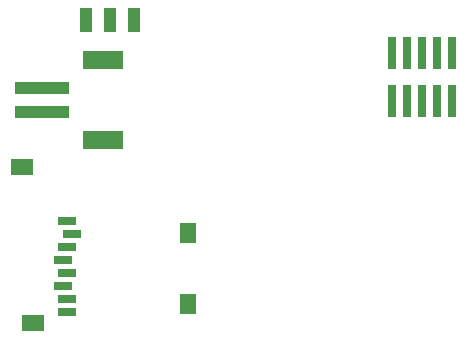
<source format=gbr>
%TF.GenerationSoftware,KiCad,Pcbnew,(6.0.1)*%
%TF.CreationDate,2022-01-27T18:06:15-06:00*%
%TF.ProjectId,dropkick,64726f70-6b69-4636-9b2e-6b696361645f,rev?*%
%TF.SameCoordinates,Original*%
%TF.FileFunction,Paste,Bot*%
%TF.FilePolarity,Positive*%
%FSLAX46Y46*%
G04 Gerber Fmt 4.6, Leading zero omitted, Abs format (unit mm)*
G04 Created by KiCad (PCBNEW (6.0.1)) date 2022-01-27 18:06:15*
%MOMM*%
%LPD*%
G01*
G04 APERTURE LIST*
%ADD10R,1.500000X0.700000*%
%ADD11R,1.400000X1.800000*%
%ADD12R,1.900000X1.400000*%
%ADD13R,4.600000X1.000000*%
%ADD14R,3.400000X1.600000*%
%ADD15R,1.092200X2.006600*%
%ADD16R,0.650000X2.760000*%
%ADD17R,0.650000X2.750000*%
G04 APERTURE END LIST*
D10*
%TO.C,X3*%
X69500000Y-66800000D03*
X69900000Y-67900000D03*
X69500000Y-69000000D03*
X69100000Y-70100000D03*
X69500000Y-71200000D03*
X69100000Y-72300000D03*
X69500000Y-73400000D03*
X69500000Y-74500000D03*
D11*
X79700000Y-73800000D03*
X79700000Y-67800000D03*
D12*
X66600000Y-75400000D03*
X65700000Y-62200000D03*
%TD*%
D13*
%TO.C,X2*%
X67350000Y-57550000D03*
X67350000Y-55550000D03*
D14*
X72550000Y-59950000D03*
X72550000Y-53150000D03*
%TD*%
D15*
%TO.C,SW1*%
X71120000Y-49784000D03*
X73120001Y-49784000D03*
X75120002Y-49784000D03*
%TD*%
D16*
%TO.C,JP2*%
X97028000Y-52580000D03*
X97028000Y-56640000D03*
X98298000Y-52580000D03*
D17*
X98298000Y-56640000D03*
D16*
X99568000Y-52580000D03*
X99568000Y-56640000D03*
X100838000Y-52580000D03*
X100838000Y-56640000D03*
X102108000Y-52580000D03*
X102108000Y-56640000D03*
%TD*%
M02*

</source>
